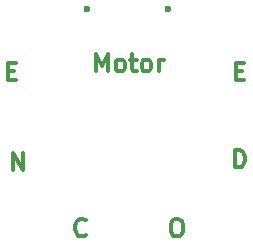
<source format=gtl>
G04 #@! TF.FileFunction,Copper,L1,Top,Signal*
%FSLAX46Y46*%
G04 Gerber Fmt 4.6, Leading zero omitted, Abs format (unit mm)*
G04 Created by KiCad (PCBNEW 0.201505220134+5676~23~ubuntu14.04.1-product) date Tue 23 Jun 2015 11:55:00 AM EDT*
%MOMM*%
G01*
G04 APERTURE LIST*
%ADD10C,0.100000*%
%ADD11C,0.300000*%
%ADD12C,0.600000*%
G04 APERTURE END LIST*
D10*
D11*
X135822572Y-92094857D02*
X136322572Y-92094857D01*
X136536858Y-92880571D02*
X135822572Y-92880571D01*
X135822572Y-91380571D01*
X136536858Y-91380571D01*
X135751143Y-100246571D02*
X135751143Y-98746571D01*
X136108286Y-98746571D01*
X136322571Y-98818000D01*
X136465429Y-98960857D01*
X136536857Y-99103714D01*
X136608286Y-99389429D01*
X136608286Y-99603714D01*
X136536857Y-99889429D01*
X136465429Y-100032286D01*
X136322571Y-100175143D01*
X136108286Y-100246571D01*
X135751143Y-100246571D01*
X130667143Y-104588571D02*
X130952857Y-104588571D01*
X131095715Y-104660000D01*
X131238572Y-104802857D01*
X131310000Y-105088571D01*
X131310000Y-105588571D01*
X131238572Y-105874286D01*
X131095715Y-106017143D01*
X130952857Y-106088571D01*
X130667143Y-106088571D01*
X130524286Y-106017143D01*
X130381429Y-105874286D01*
X130310000Y-105588571D01*
X130310000Y-105088571D01*
X130381429Y-104802857D01*
X130524286Y-104660000D01*
X130667143Y-104588571D01*
X123146286Y-105945714D02*
X123074857Y-106017143D01*
X122860571Y-106088571D01*
X122717714Y-106088571D01*
X122503429Y-106017143D01*
X122360571Y-105874286D01*
X122289143Y-105731429D01*
X122217714Y-105445714D01*
X122217714Y-105231429D01*
X122289143Y-104945714D01*
X122360571Y-104802857D01*
X122503429Y-104660000D01*
X122717714Y-104588571D01*
X122860571Y-104588571D01*
X123074857Y-104660000D01*
X123146286Y-104731429D01*
X116919429Y-100500571D02*
X116919429Y-99000571D01*
X117776572Y-100500571D01*
X117776572Y-99000571D01*
X116518572Y-92094857D02*
X117018572Y-92094857D01*
X117232858Y-92880571D02*
X116518572Y-92880571D01*
X116518572Y-91380571D01*
X117232858Y-91380571D01*
X123996000Y-92118571D02*
X123996000Y-90618571D01*
X124496000Y-91690000D01*
X124996000Y-90618571D01*
X124996000Y-92118571D01*
X125924572Y-92118571D02*
X125781714Y-92047143D01*
X125710286Y-91975714D01*
X125638857Y-91832857D01*
X125638857Y-91404286D01*
X125710286Y-91261429D01*
X125781714Y-91190000D01*
X125924572Y-91118571D01*
X126138857Y-91118571D01*
X126281714Y-91190000D01*
X126353143Y-91261429D01*
X126424572Y-91404286D01*
X126424572Y-91832857D01*
X126353143Y-91975714D01*
X126281714Y-92047143D01*
X126138857Y-92118571D01*
X125924572Y-92118571D01*
X126853143Y-91118571D02*
X127424572Y-91118571D01*
X127067429Y-90618571D02*
X127067429Y-91904286D01*
X127138857Y-92047143D01*
X127281715Y-92118571D01*
X127424572Y-92118571D01*
X128138858Y-92118571D02*
X127996000Y-92047143D01*
X127924572Y-91975714D01*
X127853143Y-91832857D01*
X127853143Y-91404286D01*
X127924572Y-91261429D01*
X127996000Y-91190000D01*
X128138858Y-91118571D01*
X128353143Y-91118571D01*
X128496000Y-91190000D01*
X128567429Y-91261429D01*
X128638858Y-91404286D01*
X128638858Y-91832857D01*
X128567429Y-91975714D01*
X128496000Y-92047143D01*
X128353143Y-92118571D01*
X128138858Y-92118571D01*
X129281715Y-92118571D02*
X129281715Y-91118571D01*
X129281715Y-91404286D02*
X129353143Y-91261429D01*
X129424572Y-91190000D01*
X129567429Y-91118571D01*
X129710286Y-91118571D01*
D12*
X123190000Y-86868000D03*
X130048000Y-86868000D03*
M02*

</source>
